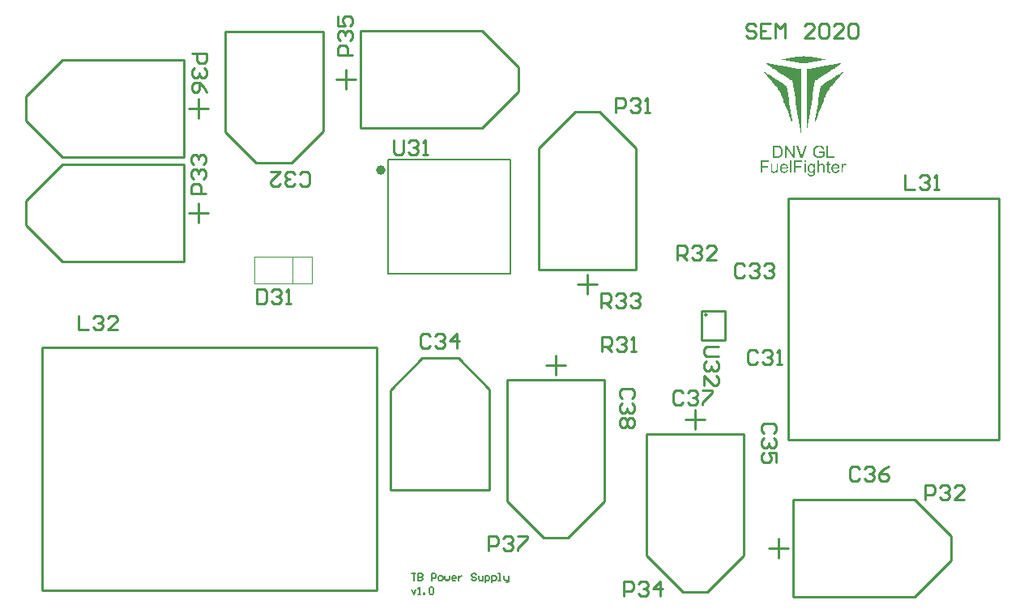
<source format=gbr>
%TF.GenerationSoftware,Altium Limited,Altium Designer,19.1.8 (144)*%
G04 Layer_Color=65535*
%FSLAX26Y26*%
%MOIN*%
%TF.FileFunction,Legend,Top*%
%TF.Part,Single*%
G01*
G75*
%TA.AperFunction,NonConductor*%
%ADD35C,0.010000*%
%TA.AperFunction,OtherPad,Free Pad (1689.961mil,1811.024mil)*%
%ADD36C,0.039370*%
%TA.AperFunction,NonConductor*%
%ADD37C,0.003937*%
%ADD38C,0.007874*%
%ADD39C,0.005906*%
G36*
X3433452Y2278159D02*
X3450988D01*
Y2275236D01*
X3468525D01*
Y2272314D01*
X3486061D01*
Y2269391D01*
X3503597D01*
Y2266468D01*
X3521133D01*
Y2263545D01*
X3503597D01*
Y2260623D01*
X3486061D01*
Y2257700D01*
X3468525D01*
Y2254777D01*
X3450988D01*
Y2251854D01*
X3433452D01*
Y2248932D01*
X3427607D01*
Y2251854D01*
X3410070D01*
Y2254777D01*
X3392534D01*
Y2257700D01*
X3374998D01*
Y2260623D01*
X3357461D01*
Y2263545D01*
X3339925D01*
Y2266468D01*
X3357461D01*
Y2269391D01*
X3374998D01*
Y2272314D01*
X3392534D01*
Y2275236D01*
X3410070D01*
Y2278159D01*
X3427607D01*
Y2281082D01*
X3433452D01*
Y2278159D01*
D02*
G37*
G36*
X3594201Y2210936D02*
X3591279D01*
Y2208014D01*
X3588356D01*
Y2205091D01*
X3585433D01*
Y2202168D01*
X3582510D01*
Y2199246D01*
X3579588D01*
Y2196323D01*
Y2193400D01*
X3576665D01*
Y2190477D01*
X3573742D01*
Y2187555D01*
X3570820D01*
Y2184632D01*
X3567897D01*
Y2181709D01*
X3564974D01*
Y2178787D01*
Y2175864D01*
X3562052D01*
Y2172941D01*
X3559129D01*
Y2170019D01*
X3556206D01*
Y2167096D01*
X3553283D01*
Y2164173D01*
X3550361D01*
Y2161250D01*
Y2158328D01*
X3547438D01*
Y2155405D01*
X3544515D01*
Y2152482D01*
X3541593D01*
Y2149559D01*
X3538670D01*
Y2146637D01*
X3535747D01*
Y2143714D01*
Y2140791D01*
X3532824D01*
Y2137869D01*
X3529902D01*
Y2134946D01*
X3526979D01*
Y2132023D01*
Y2129100D01*
Y2126178D01*
X3524056D01*
Y2123255D01*
Y2120332D01*
X3521133D01*
Y2117410D01*
Y2114487D01*
Y2111564D01*
X3518211D01*
Y2108641D01*
Y2105719D01*
X3515288D01*
Y2102796D01*
Y2099873D01*
Y2096951D01*
X3512365D01*
Y2094028D01*
Y2091105D01*
X3509443D01*
Y2088182D01*
Y2085260D01*
Y2082337D01*
X3506520D01*
Y2079414D01*
Y2076492D01*
X3503597D01*
Y2073569D01*
Y2070646D01*
Y2067723D01*
X3500675D01*
Y2064801D01*
Y2061878D01*
X3497752D01*
Y2058955D01*
Y2056033D01*
Y2053110D01*
X3494829D01*
Y2050187D01*
Y2047264D01*
X3491906D01*
Y2044342D01*
Y2041419D01*
Y2038496D01*
X3488984D01*
Y2035574D01*
Y2032651D01*
X3486061D01*
Y2029728D01*
Y2026805D01*
Y2023883D01*
X3483138D01*
Y2020960D01*
Y2018037D01*
X3480215D01*
Y2015115D01*
Y2012192D01*
Y2009269D01*
X3477293D01*
Y2012192D01*
Y2015115D01*
Y2018037D01*
Y2020960D01*
Y2023883D01*
Y2026805D01*
X3480215D01*
Y2029728D01*
Y2032651D01*
Y2035574D01*
Y2038496D01*
Y2041419D01*
Y2044342D01*
X3483138D01*
Y2047264D01*
Y2050187D01*
Y2053110D01*
Y2056033D01*
Y2058955D01*
Y2061878D01*
X3486061D01*
Y2064801D01*
Y2067723D01*
Y2070646D01*
Y2073569D01*
Y2076492D01*
X3488984D01*
Y2079414D01*
Y2082337D01*
Y2085260D01*
Y2088182D01*
Y2091105D01*
Y2094028D01*
X3491906D01*
Y2096951D01*
Y2099873D01*
Y2102796D01*
Y2105719D01*
Y2108641D01*
Y2111564D01*
X3494829D01*
Y2114487D01*
Y2117410D01*
Y2120332D01*
Y2123255D01*
Y2126178D01*
Y2129100D01*
X3497752D01*
Y2132023D01*
Y2134946D01*
Y2137869D01*
Y2140791D01*
Y2143714D01*
Y2146637D01*
X3500675D01*
Y2149559D01*
Y2152482D01*
Y2155405D01*
Y2158328D01*
X3506520D01*
Y2161250D01*
X3509443D01*
Y2164173D01*
X3515288D01*
Y2167096D01*
X3518211D01*
Y2170019D01*
X3524056D01*
Y2172941D01*
X3526979D01*
Y2175864D01*
X3532824D01*
Y2178787D01*
X3538670D01*
Y2181709D01*
X3541593D01*
Y2184632D01*
X3547438D01*
Y2187555D01*
X3550361D01*
Y2190477D01*
X3556206D01*
Y2193400D01*
X3559129D01*
Y2196323D01*
X3564974D01*
Y2199246D01*
X3570820D01*
Y2202168D01*
X3573742D01*
Y2205091D01*
X3579588D01*
Y2208014D01*
X3582510D01*
Y2210936D01*
X3588356D01*
Y2213859D01*
X3594201D01*
Y2210936D01*
D02*
G37*
G36*
X3272703D02*
X3278548D01*
Y2208014D01*
X3281471D01*
Y2205091D01*
X3287316D01*
Y2202168D01*
X3290239D01*
Y2199246D01*
X3296084D01*
Y2196323D01*
X3299007D01*
Y2193400D01*
X3304853D01*
Y2190477D01*
X3310698D01*
Y2187555D01*
X3313621D01*
Y2184632D01*
X3319466D01*
Y2181709D01*
X3322389D01*
Y2178787D01*
X3328234D01*
Y2175864D01*
X3331157D01*
Y2172941D01*
X3337003D01*
Y2170019D01*
X3342848D01*
Y2167096D01*
X3345771D01*
Y2164173D01*
X3351616D01*
Y2161250D01*
X3354539D01*
Y2158328D01*
X3360384D01*
Y2155405D01*
Y2152482D01*
Y2149559D01*
Y2146637D01*
X3363307D01*
Y2143714D01*
Y2140791D01*
Y2137869D01*
Y2134946D01*
Y2132023D01*
Y2129100D01*
X3366230D01*
Y2126178D01*
Y2123255D01*
Y2120332D01*
Y2117410D01*
Y2114487D01*
Y2111564D01*
X3369152D01*
Y2108641D01*
Y2105719D01*
Y2102796D01*
Y2099873D01*
Y2096951D01*
Y2094028D01*
X3372075D01*
Y2091105D01*
Y2088182D01*
Y2085260D01*
Y2082337D01*
Y2079414D01*
Y2076492D01*
X3374998D01*
Y2073569D01*
Y2070646D01*
Y2067723D01*
Y2064801D01*
Y2061878D01*
Y2058955D01*
X3377921D01*
Y2056033D01*
Y2053110D01*
Y2050187D01*
Y2047264D01*
Y2044342D01*
Y2041419D01*
X3380843D01*
Y2038496D01*
Y2035574D01*
Y2032651D01*
Y2029728D01*
Y2026805D01*
Y2023883D01*
X3383766D01*
Y2020960D01*
Y2018037D01*
Y2015115D01*
Y2012192D01*
Y2009269D01*
X3380843D01*
Y2012192D01*
Y2015115D01*
X3377921D01*
Y2018037D01*
Y2020960D01*
Y2023883D01*
X3374998D01*
Y2026805D01*
Y2029728D01*
X3372075D01*
Y2032651D01*
Y2035574D01*
Y2038496D01*
X3369152D01*
Y2041419D01*
Y2044342D01*
X3366230D01*
Y2047264D01*
Y2050187D01*
Y2053110D01*
X3363307D01*
Y2056033D01*
Y2058955D01*
X3360384D01*
Y2061878D01*
Y2064801D01*
Y2067723D01*
X3357461D01*
Y2070646D01*
Y2073569D01*
X3354539D01*
Y2076492D01*
Y2079414D01*
Y2082337D01*
X3351616D01*
Y2085260D01*
Y2088182D01*
X3348693D01*
Y2091105D01*
Y2094028D01*
Y2096951D01*
X3345771D01*
Y2099873D01*
Y2102796D01*
X3342848D01*
Y2105719D01*
Y2108641D01*
Y2111564D01*
X3339925D01*
Y2114487D01*
Y2117410D01*
X3337003D01*
Y2120332D01*
Y2123255D01*
Y2126178D01*
X3334080D01*
Y2129100D01*
Y2132023D01*
X3331157D01*
Y2134946D01*
Y2137869D01*
X3328234D01*
Y2140791D01*
X3325312D01*
Y2143714D01*
Y2146637D01*
X3322389D01*
Y2149559D01*
X3319466D01*
Y2152482D01*
X3316544D01*
Y2155405D01*
X3313621D01*
Y2158328D01*
X3310698D01*
Y2161250D01*
Y2164173D01*
X3307775D01*
Y2167096D01*
X3304853D01*
Y2170019D01*
X3301930D01*
Y2172941D01*
X3299007D01*
Y2175864D01*
X3296084D01*
Y2178787D01*
Y2181709D01*
X3293162D01*
Y2184632D01*
X3290239D01*
Y2187555D01*
X3287316D01*
Y2190477D01*
X3284394D01*
Y2193400D01*
X3281471D01*
Y2196323D01*
Y2199246D01*
X3278548D01*
Y2202168D01*
X3275625D01*
Y2205091D01*
X3272703D01*
Y2208014D01*
X3269780D01*
Y2210936D01*
X3266857D01*
Y2213859D01*
X3272703D01*
Y2210936D01*
D02*
G37*
G36*
X3585433Y2246009D02*
X3579588D01*
Y2243086D01*
X3576665D01*
Y2240164D01*
X3570820D01*
Y2237241D01*
X3567897D01*
Y2234318D01*
X3562052D01*
Y2231396D01*
X3559129D01*
Y2228473D01*
X3553283D01*
Y2225550D01*
X3550361D01*
Y2222627D01*
X3544515D01*
Y2219705D01*
X3541593D01*
Y2216782D01*
X3535747D01*
Y2213859D01*
X3529902D01*
Y2210936D01*
X3526979D01*
Y2208014D01*
X3521133D01*
Y2205091D01*
X3518211D01*
Y2202168D01*
X3512365D01*
Y2199246D01*
X3509443D01*
Y2196323D01*
X3503597D01*
Y2193400D01*
X3500675D01*
Y2190477D01*
X3494829D01*
Y2187555D01*
X3491906D01*
Y2184632D01*
X3486061D01*
Y2181709D01*
X3483138D01*
Y2178787D01*
X3477293D01*
Y2175864D01*
Y2172941D01*
Y2170019D01*
X3474370D01*
Y2167096D01*
Y2164173D01*
Y2161250D01*
Y2158328D01*
Y2155405D01*
Y2152482D01*
X3471447D01*
Y2149559D01*
Y2146637D01*
Y2143714D01*
Y2140791D01*
Y2137869D01*
Y2134946D01*
Y2132023D01*
X3468525D01*
Y2129100D01*
Y2126178D01*
Y2123255D01*
Y2120332D01*
Y2117410D01*
Y2114487D01*
X3465602D01*
Y2111564D01*
Y2108641D01*
Y2105719D01*
Y2102796D01*
Y2099873D01*
Y2096951D01*
X3462679D01*
Y2094028D01*
Y2091105D01*
Y2088182D01*
Y2085260D01*
Y2082337D01*
Y2079414D01*
Y2076492D01*
X3459756D01*
Y2073569D01*
Y2070646D01*
Y2067723D01*
Y2064801D01*
Y2061878D01*
Y2058955D01*
X3456834D01*
Y2056033D01*
Y2053110D01*
Y2050187D01*
Y2047264D01*
Y2044342D01*
Y2041419D01*
Y2038496D01*
X3453911D01*
Y2035574D01*
Y2032651D01*
Y2029728D01*
Y2026805D01*
Y2023883D01*
Y2020960D01*
X3450988D01*
Y2018037D01*
Y2015115D01*
Y2012192D01*
Y2009269D01*
Y2006346D01*
Y2003424D01*
X3448066D01*
Y2000501D01*
Y1997578D01*
Y1994656D01*
Y1991733D01*
Y1988810D01*
Y1985888D01*
Y1982965D01*
X3445143D01*
Y1980042D01*
Y1977119D01*
Y1974197D01*
Y1971274D01*
Y1968351D01*
Y1965428D01*
X3442220D01*
Y1968351D01*
Y1971274D01*
Y1974197D01*
Y1977119D01*
Y1980042D01*
Y1982965D01*
Y1985888D01*
Y1988810D01*
Y1991733D01*
Y1994656D01*
Y1997578D01*
Y2000501D01*
Y2003424D01*
Y2006346D01*
Y2009269D01*
Y2012192D01*
Y2015115D01*
Y2018037D01*
Y2020960D01*
Y2023883D01*
Y2026805D01*
Y2029728D01*
Y2032651D01*
Y2035574D01*
Y2038496D01*
Y2041419D01*
Y2044342D01*
Y2047264D01*
Y2050187D01*
Y2053110D01*
Y2056033D01*
Y2058955D01*
Y2061878D01*
Y2064801D01*
Y2067723D01*
Y2070646D01*
Y2073569D01*
Y2076492D01*
Y2079414D01*
Y2082337D01*
Y2085260D01*
Y2088182D01*
Y2091105D01*
Y2094028D01*
Y2096951D01*
Y2099873D01*
Y2102796D01*
Y2105719D01*
Y2108641D01*
Y2111564D01*
Y2114487D01*
Y2117410D01*
Y2120332D01*
Y2123255D01*
Y2126178D01*
Y2129100D01*
Y2132023D01*
Y2134946D01*
Y2137869D01*
Y2140791D01*
Y2143714D01*
Y2146637D01*
Y2149559D01*
Y2152482D01*
Y2155405D01*
Y2158328D01*
Y2161250D01*
Y2164173D01*
Y2167096D01*
Y2170019D01*
Y2172941D01*
Y2175864D01*
Y2178787D01*
Y2181709D01*
Y2184632D01*
Y2187555D01*
Y2190477D01*
Y2193400D01*
Y2196323D01*
Y2199246D01*
Y2202168D01*
Y2205091D01*
Y2208014D01*
Y2210936D01*
Y2213859D01*
Y2216782D01*
Y2219705D01*
Y2222627D01*
Y2225550D01*
X3445143D01*
Y2228473D01*
X3462679D01*
Y2231396D01*
X3480215D01*
Y2234318D01*
X3497752D01*
Y2237241D01*
X3515288D01*
Y2240164D01*
X3532824D01*
Y2243086D01*
X3553283D01*
Y2246009D01*
X3570820D01*
Y2248932D01*
X3585433D01*
Y2246009D01*
D02*
G37*
G36*
X3290239D02*
X3307775D01*
Y2243086D01*
X3325312D01*
Y2240164D01*
X3345771D01*
Y2237241D01*
X3363307D01*
Y2234318D01*
X3380843D01*
Y2231396D01*
X3398380D01*
Y2228473D01*
X3415916D01*
Y2225550D01*
X3418838D01*
Y2222627D01*
Y2219705D01*
Y2216782D01*
Y2213859D01*
Y2210936D01*
Y2208014D01*
Y2205091D01*
Y2202168D01*
Y2199246D01*
Y2196323D01*
Y2193400D01*
Y2190477D01*
Y2187555D01*
Y2184632D01*
Y2181709D01*
Y2178787D01*
Y2175864D01*
Y2172941D01*
Y2170019D01*
Y2167096D01*
Y2164173D01*
Y2161250D01*
Y2158328D01*
Y2155405D01*
Y2152482D01*
Y2149559D01*
Y2146637D01*
Y2143714D01*
Y2140791D01*
Y2137869D01*
Y2134946D01*
Y2132023D01*
Y2129100D01*
Y2126178D01*
Y2123255D01*
Y2120332D01*
Y2117410D01*
Y2114487D01*
Y2111564D01*
Y2108641D01*
Y2105719D01*
Y2102796D01*
Y2099873D01*
Y2096951D01*
Y2094028D01*
Y2091105D01*
Y2088182D01*
Y2085260D01*
Y2082337D01*
Y2079414D01*
Y2076492D01*
Y2073569D01*
Y2070646D01*
Y2067723D01*
Y2064801D01*
Y2061878D01*
Y2058955D01*
Y2056033D01*
Y2053110D01*
Y2050187D01*
Y2047264D01*
Y2044342D01*
Y2041419D01*
Y2038496D01*
Y2035574D01*
Y2032651D01*
Y2029728D01*
Y2026805D01*
Y2023883D01*
Y2020960D01*
Y2018037D01*
Y2015115D01*
Y2012192D01*
Y2009269D01*
Y2006346D01*
Y2003424D01*
Y2000501D01*
Y1997578D01*
Y1994656D01*
Y1991733D01*
Y1988810D01*
Y1985888D01*
Y1982965D01*
Y1980042D01*
Y1977119D01*
Y1974197D01*
Y1971274D01*
Y1968351D01*
Y1965428D01*
Y1962506D01*
X3415916D01*
Y1965428D01*
Y1968351D01*
Y1971274D01*
Y1974197D01*
Y1977119D01*
Y1980042D01*
Y1982965D01*
X3412993D01*
Y1985888D01*
Y1988810D01*
Y1991733D01*
Y1994656D01*
Y1997578D01*
Y2000501D01*
X3410070D01*
Y2003424D01*
Y2006346D01*
Y2009269D01*
Y2012192D01*
Y2015115D01*
Y2018037D01*
Y2020960D01*
X3407148D01*
Y2023883D01*
Y2026805D01*
Y2029728D01*
Y2032651D01*
Y2035574D01*
Y2038496D01*
X3404225D01*
Y2041419D01*
Y2044342D01*
Y2047264D01*
Y2050187D01*
Y2053110D01*
Y2056033D01*
X3401302D01*
Y2058955D01*
Y2061878D01*
Y2064801D01*
Y2067723D01*
Y2070646D01*
Y2073569D01*
Y2076492D01*
X3398380D01*
Y2079414D01*
Y2082337D01*
Y2085260D01*
Y2088182D01*
Y2091105D01*
Y2094028D01*
X3395457D01*
Y2096951D01*
Y2099873D01*
Y2102796D01*
Y2105719D01*
Y2108641D01*
Y2111564D01*
Y2114487D01*
X3392534D01*
Y2117410D01*
Y2120332D01*
Y2123255D01*
Y2126178D01*
Y2129100D01*
Y2132023D01*
X3389611D01*
Y2134946D01*
Y2137869D01*
Y2140791D01*
Y2143714D01*
Y2146637D01*
Y2149559D01*
X3386689D01*
Y2152482D01*
Y2155405D01*
Y2158328D01*
Y2161250D01*
Y2164173D01*
Y2167096D01*
Y2170019D01*
X3383766D01*
Y2172941D01*
Y2175864D01*
Y2178787D01*
X3377921D01*
Y2181709D01*
X3374998D01*
Y2184632D01*
X3369152D01*
Y2187555D01*
X3366230D01*
Y2190477D01*
X3360384D01*
Y2193400D01*
X3357461D01*
Y2196323D01*
X3351616D01*
Y2199246D01*
X3348693D01*
Y2202168D01*
X3342848D01*
Y2205091D01*
X3337003D01*
Y2208014D01*
X3334080D01*
Y2210936D01*
X3328234D01*
Y2213859D01*
X3325312D01*
Y2216782D01*
X3319466D01*
Y2219705D01*
X3316544D01*
Y2222627D01*
X3310698D01*
Y2225550D01*
X3307775D01*
Y2228473D01*
X3301930D01*
Y2231396D01*
X3299007D01*
Y2234318D01*
X3293162D01*
Y2237241D01*
X3290239D01*
Y2240164D01*
X3284394D01*
Y2243086D01*
X3281471D01*
Y2246009D01*
X3275625D01*
Y2248932D01*
X3290239D01*
Y2246009D01*
D02*
G37*
G36*
X3495657Y1911631D02*
X3496240D01*
X3497625Y1911486D01*
X3499156Y1911267D01*
X3500760Y1910902D01*
X3502509Y1910465D01*
X3504186Y1909882D01*
X3504259D01*
X3504405Y1909809D01*
X3504623Y1909736D01*
X3504915Y1909590D01*
X3505717Y1909153D01*
X3506738Y1908642D01*
X3507831Y1907913D01*
X3508997Y1907039D01*
X3510091Y1906091D01*
X3511111Y1904925D01*
X3511257Y1904779D01*
X3511549Y1904341D01*
X3511986Y1903685D01*
X3512570Y1902737D01*
X3513153Y1901571D01*
X3513809Y1900113D01*
X3514465Y1898509D01*
X3514975Y1896687D01*
X3508925Y1895083D01*
Y1895156D01*
X3508852Y1895229D01*
X3508779Y1895447D01*
X3508706Y1895739D01*
X3508487Y1896395D01*
X3508195Y1897270D01*
X3507758Y1898291D01*
X3507248Y1899238D01*
X3506738Y1900259D01*
X3506081Y1901134D01*
X3506008Y1901207D01*
X3505790Y1901498D01*
X3505352Y1901863D01*
X3504842Y1902373D01*
X3504186Y1902956D01*
X3503311Y1903539D01*
X3502363Y1904123D01*
X3501270Y1904633D01*
X3501124Y1904706D01*
X3500760Y1904852D01*
X3500104Y1905070D01*
X3499229Y1905362D01*
X3498208Y1905581D01*
X3497042Y1905799D01*
X3495730Y1905945D01*
X3494345Y1906018D01*
X3493543D01*
X3493178Y1905945D01*
X3492741D01*
X3491647Y1905872D01*
X3490408Y1905653D01*
X3489023Y1905435D01*
X3487711Y1905070D01*
X3486398Y1904560D01*
X3486253Y1904487D01*
X3485815Y1904341D01*
X3485232Y1903977D01*
X3484503Y1903612D01*
X3483628Y1903029D01*
X3482680Y1902446D01*
X3481806Y1901717D01*
X3481004Y1900915D01*
X3480931Y1900842D01*
X3480639Y1900551D01*
X3480275Y1900040D01*
X3479837Y1899457D01*
X3479327Y1898728D01*
X3478817Y1897853D01*
X3478307Y1896906D01*
X3477796Y1895885D01*
Y1895812D01*
X3477723Y1895666D01*
X3477650Y1895447D01*
X3477505Y1895083D01*
X3477359Y1894646D01*
X3477213Y1894135D01*
X3476994Y1893552D01*
X3476849Y1892896D01*
X3476484Y1891365D01*
X3476192Y1889616D01*
X3475974Y1887793D01*
X3475901Y1885752D01*
Y1885679D01*
Y1885460D01*
Y1885096D01*
X3475974Y1884658D01*
Y1884075D01*
X3476047Y1883346D01*
X3476119Y1882617D01*
X3476192Y1881815D01*
X3476484Y1879993D01*
X3476849Y1878097D01*
X3477432Y1876202D01*
X3478161Y1874379D01*
Y1874306D01*
X3478307Y1874161D01*
X3478379Y1873942D01*
X3478598Y1873650D01*
X3479108Y1872849D01*
X3479910Y1871828D01*
X3480858Y1870734D01*
X3482024Y1869641D01*
X3483410Y1868620D01*
X3484940Y1867673D01*
X3485013D01*
X3485159Y1867600D01*
X3485378Y1867454D01*
X3485742Y1867308D01*
X3486107Y1867162D01*
X3486617Y1867016D01*
X3487784Y1866579D01*
X3489242Y1866215D01*
X3490845Y1865850D01*
X3492595Y1865559D01*
X3494417Y1865486D01*
X3495146D01*
X3495584Y1865559D01*
X3496021D01*
X3497115Y1865704D01*
X3498427Y1865850D01*
X3499812Y1866142D01*
X3501343Y1866579D01*
X3502874Y1867089D01*
X3502947D01*
X3503093Y1867162D01*
X3503238Y1867235D01*
X3503530Y1867381D01*
X3504332Y1867745D01*
X3505207Y1868183D01*
X3506227Y1868693D01*
X3507321Y1869276D01*
X3508341Y1869932D01*
X3509216Y1870661D01*
Y1880139D01*
X3494345D01*
Y1886116D01*
X3515777D01*
Y1867381D01*
X3515704Y1867308D01*
X3515558Y1867235D01*
X3515267Y1867016D01*
X3514902Y1866725D01*
X3514465Y1866433D01*
X3513955Y1866069D01*
X3513298Y1865631D01*
X3512642Y1865194D01*
X3511111Y1864246D01*
X3509362Y1863226D01*
X3507539Y1862278D01*
X3505571Y1861476D01*
X3505498D01*
X3505352Y1861403D01*
X3505061Y1861330D01*
X3504696Y1861185D01*
X3504186Y1861039D01*
X3503603Y1860820D01*
X3502947Y1860674D01*
X3502291Y1860528D01*
X3500687Y1860164D01*
X3498864Y1859799D01*
X3496896Y1859581D01*
X3494855Y1859508D01*
X3494126D01*
X3493615Y1859581D01*
X3492959D01*
X3492157Y1859654D01*
X3491283Y1859799D01*
X3490335Y1859872D01*
X3488221Y1860310D01*
X3485961Y1860820D01*
X3483628Y1861622D01*
X3482462Y1862059D01*
X3481295Y1862642D01*
X3481222Y1862715D01*
X3481004Y1862788D01*
X3480712Y1863007D01*
X3480275Y1863226D01*
X3479765Y1863590D01*
X3479254Y1863955D01*
X3477869Y1864975D01*
X3476411Y1866287D01*
X3474880Y1867891D01*
X3473422Y1869714D01*
X3472110Y1871828D01*
Y1871901D01*
X3471964Y1872120D01*
X3471818Y1872411D01*
X3471600Y1872921D01*
X3471381Y1873432D01*
X3471162Y1874161D01*
X3470871Y1874890D01*
X3470579Y1875764D01*
X3470287Y1876712D01*
X3469996Y1877806D01*
X3469777Y1878899D01*
X3469559Y1880066D01*
X3469194Y1882617D01*
X3469048Y1885314D01*
Y1885387D01*
Y1885679D01*
Y1886043D01*
X3469121Y1886554D01*
Y1887210D01*
X3469194Y1888012D01*
X3469340Y1888814D01*
X3469413Y1889761D01*
X3469631Y1890782D01*
X3469777Y1891875D01*
X3470360Y1894208D01*
X3471089Y1896614D01*
X3472110Y1899020D01*
X3472183Y1899092D01*
X3472256Y1899311D01*
X3472402Y1899603D01*
X3472693Y1900040D01*
X3472985Y1900623D01*
X3473349Y1901207D01*
X3474370Y1902592D01*
X3475609Y1904196D01*
X3477140Y1905726D01*
X3478890Y1907257D01*
X3479910Y1907913D01*
X3480931Y1908570D01*
X3481004Y1908642D01*
X3481222Y1908715D01*
X3481514Y1908861D01*
X3481952Y1909080D01*
X3482535Y1909299D01*
X3483191Y1909590D01*
X3483920Y1909882D01*
X3484795Y1910173D01*
X3485742Y1910465D01*
X3486763Y1910684D01*
X3487856Y1910975D01*
X3489023Y1911194D01*
X3491574Y1911558D01*
X3492887Y1911704D01*
X3495219D01*
X3495657Y1911631D01*
D02*
G37*
G36*
X3392941Y1860383D02*
X3386015D01*
X3359625Y1899967D01*
Y1860383D01*
X3353210D01*
Y1910829D01*
X3360063D01*
X3386525Y1871172D01*
Y1910829D01*
X3392941D01*
Y1860383D01*
D02*
G37*
G36*
X3425454D02*
X3418456D01*
X3398918Y1910829D01*
X3406208D01*
X3419330Y1874161D01*
Y1874088D01*
X3419403Y1873942D01*
X3419476Y1873723D01*
X3419622Y1873432D01*
X3419695Y1872994D01*
X3419841Y1872557D01*
X3420205Y1871463D01*
X3420643Y1870224D01*
X3421080Y1868839D01*
X3421955Y1865923D01*
Y1865996D01*
X3422028Y1866142D01*
X3422101Y1866360D01*
X3422173Y1866652D01*
X3422392Y1867454D01*
X3422757Y1868547D01*
X3423121Y1869787D01*
X3423559Y1871172D01*
X3424069Y1872630D01*
X3424652Y1874161D01*
X3438357Y1910829D01*
X3445137D01*
X3425454Y1860383D01*
D02*
G37*
G36*
X3532034Y1866360D02*
X3556893D01*
Y1860383D01*
X3525327D01*
Y1910829D01*
X3532034D01*
Y1866360D01*
D02*
G37*
G36*
X3323102Y1910756D02*
X3324560Y1910684D01*
X3326018Y1910538D01*
X3327476Y1910319D01*
X3328716Y1910100D01*
X3328789D01*
X3328934Y1910027D01*
X3329153D01*
X3329445Y1909882D01*
X3330247Y1909663D01*
X3331267Y1909299D01*
X3332434Y1908788D01*
X3333673Y1908132D01*
X3334912Y1907403D01*
X3336079Y1906455D01*
X3336151Y1906382D01*
X3336224Y1906310D01*
X3336443Y1906091D01*
X3336735Y1905872D01*
X3337464Y1905143D01*
X3338338Y1904123D01*
X3339286Y1902883D01*
X3340307Y1901425D01*
X3341255Y1899749D01*
X3342056Y1897853D01*
Y1897780D01*
X3342129Y1897634D01*
X3342275Y1897343D01*
X3342348Y1896906D01*
X3342567Y1896395D01*
X3342713Y1895812D01*
X3342858Y1895156D01*
X3343077Y1894354D01*
X3343296Y1893552D01*
X3343441Y1892604D01*
X3343806Y1890563D01*
X3344025Y1888303D01*
X3344098Y1885825D01*
Y1885752D01*
Y1885606D01*
Y1885242D01*
Y1884877D01*
X3344025Y1884367D01*
Y1883784D01*
X3343952Y1882398D01*
X3343733Y1880795D01*
X3343514Y1879118D01*
X3343150Y1877368D01*
X3342713Y1875619D01*
Y1875546D01*
X3342640Y1875400D01*
X3342567Y1875181D01*
X3342494Y1874890D01*
X3342202Y1874088D01*
X3341765Y1873067D01*
X3341327Y1871901D01*
X3340744Y1870734D01*
X3340015Y1869495D01*
X3339286Y1868329D01*
X3339213Y1868183D01*
X3338922Y1867818D01*
X3338484Y1867308D01*
X3337901Y1866652D01*
X3337245Y1865923D01*
X3336443Y1865194D01*
X3335641Y1864392D01*
X3334693Y1863736D01*
X3334548Y1863663D01*
X3334256Y1863444D01*
X3333746Y1863153D01*
X3333017Y1862788D01*
X3332142Y1862351D01*
X3331121Y1861986D01*
X3329955Y1861549D01*
X3328643Y1861185D01*
X3328497D01*
X3328278Y1861112D01*
X3328060Y1861039D01*
X3327331Y1860966D01*
X3326310Y1860820D01*
X3325144Y1860674D01*
X3323758Y1860528D01*
X3322228Y1860456D01*
X3320551Y1860383D01*
X3302399D01*
Y1910829D01*
X3321790D01*
X3323102Y1910756D01*
D02*
G37*
G36*
X3439086Y1842347D02*
X3432890D01*
Y1849418D01*
X3439086D01*
Y1842347D01*
D02*
G37*
G36*
X3600414Y1836296D02*
X3601216Y1836151D01*
X3602164Y1835859D01*
X3603184Y1835495D01*
X3604351Y1834984D01*
X3605590Y1834328D01*
X3603330Y1828642D01*
X3603257Y1828715D01*
X3602965Y1828861D01*
X3602528Y1829079D01*
X3601945Y1829298D01*
X3601289Y1829517D01*
X3600487Y1829736D01*
X3599685Y1829881D01*
X3598883Y1829954D01*
X3598519D01*
X3598154Y1829881D01*
X3597644Y1829808D01*
X3597133Y1829663D01*
X3596477Y1829444D01*
X3595821Y1829152D01*
X3595238Y1828715D01*
X3595165Y1828642D01*
X3594947Y1828496D01*
X3594728Y1828205D01*
X3594363Y1827840D01*
X3593999Y1827330D01*
X3593634Y1826747D01*
X3593270Y1826091D01*
X3592978Y1825289D01*
X3592905Y1825143D01*
X3592832Y1824705D01*
X3592687Y1824049D01*
X3592468Y1823175D01*
X3592249Y1822081D01*
X3592103Y1820842D01*
X3592030Y1819530D01*
X3591958Y1818072D01*
Y1798972D01*
X3585761D01*
Y1835568D01*
X3591374D01*
Y1830027D01*
X3591447Y1830100D01*
X3591739Y1830610D01*
X3592103Y1831266D01*
X3592687Y1832068D01*
X3593270Y1832870D01*
X3593926Y1833745D01*
X3594582Y1834474D01*
X3595238Y1835057D01*
X3595311Y1835130D01*
X3595530Y1835276D01*
X3595967Y1835495D01*
X3596405Y1835713D01*
X3596988Y1835932D01*
X3597717Y1836151D01*
X3598446Y1836296D01*
X3599248Y1836369D01*
X3599758D01*
X3600414Y1836296D01*
D02*
G37*
G36*
X3325216Y1798972D02*
X3319676D01*
Y1804293D01*
X3319603Y1804220D01*
X3319457Y1804002D01*
X3319239Y1803710D01*
X3318874Y1803346D01*
X3318437Y1802908D01*
X3317927Y1802325D01*
X3317343Y1801815D01*
X3316614Y1801232D01*
X3315812Y1800648D01*
X3314938Y1800138D01*
X3313990Y1799628D01*
X3312969Y1799117D01*
X3311803Y1798753D01*
X3310637Y1798461D01*
X3309324Y1798243D01*
X3308012Y1798170D01*
X3307502D01*
X3306846Y1798243D01*
X3306044Y1798315D01*
X3305096Y1798461D01*
X3304075Y1798680D01*
X3303055Y1798972D01*
X3301961Y1799409D01*
X3301816Y1799482D01*
X3301524Y1799628D01*
X3301014Y1799919D01*
X3300430Y1800284D01*
X3299702Y1800721D01*
X3299045Y1801232D01*
X3298389Y1801815D01*
X3297806Y1802471D01*
X3297733Y1802544D01*
X3297587Y1802835D01*
X3297369Y1803200D01*
X3297077Y1803783D01*
X3296713Y1804439D01*
X3296421Y1805241D01*
X3296129Y1806116D01*
X3295911Y1807063D01*
Y1807136D01*
X3295838Y1807428D01*
X3295765Y1807865D01*
Y1808449D01*
X3295692Y1809323D01*
X3295619Y1810271D01*
X3295546Y1811510D01*
Y1812896D01*
Y1835567D01*
X3301743D01*
Y1815228D01*
Y1815155D01*
Y1815010D01*
Y1814791D01*
Y1814426D01*
Y1813624D01*
X3301816Y1812604D01*
Y1811510D01*
X3301889Y1810417D01*
X3301961Y1809469D01*
X3302107Y1808667D01*
Y1808594D01*
X3302253Y1808303D01*
X3302399Y1807865D01*
X3302617Y1807282D01*
X3302982Y1806699D01*
X3303419Y1806043D01*
X3303930Y1805460D01*
X3304586Y1804877D01*
X3304659Y1804804D01*
X3304950Y1804658D01*
X3305315Y1804439D01*
X3305898Y1804220D01*
X3306554Y1803929D01*
X3307356Y1803710D01*
X3308231Y1803564D01*
X3309251Y1803491D01*
X3309762D01*
X3310272Y1803564D01*
X3310928Y1803637D01*
X3311730Y1803856D01*
X3312605Y1804075D01*
X3313552Y1804439D01*
X3314500Y1804877D01*
X3314646Y1804949D01*
X3314938Y1805168D01*
X3315375Y1805460D01*
X3315885Y1805897D01*
X3316468Y1806480D01*
X3317052Y1807136D01*
X3317562Y1807865D01*
X3317999Y1808740D01*
X3318072Y1808886D01*
X3318145Y1809178D01*
X3318291Y1809761D01*
X3318510Y1810563D01*
X3318728Y1811583D01*
X3318874Y1812823D01*
X3318947Y1814281D01*
X3319020Y1815957D01*
Y1835567D01*
X3325216D01*
Y1798972D01*
D02*
G37*
G36*
X3493980Y1831339D02*
X3494053Y1831412D01*
X3494199Y1831558D01*
X3494417Y1831777D01*
X3494782Y1832141D01*
X3495146Y1832506D01*
X3495657Y1832943D01*
X3496313Y1833380D01*
X3496969Y1833891D01*
X3497698Y1834328D01*
X3498500Y1834765D01*
X3500395Y1835567D01*
X3501416Y1835932D01*
X3502509Y1836151D01*
X3503676Y1836296D01*
X3504842Y1836369D01*
X3505498D01*
X3506300Y1836296D01*
X3507248Y1836151D01*
X3508341Y1836005D01*
X3509508Y1835713D01*
X3510674Y1835276D01*
X3511840Y1834765D01*
X3511986Y1834693D01*
X3512351Y1834474D01*
X3512861Y1834109D01*
X3513517Y1833599D01*
X3514173Y1832943D01*
X3514902Y1832214D01*
X3515558Y1831339D01*
X3516142Y1830319D01*
X3516215Y1830173D01*
X3516360Y1829808D01*
X3516579Y1829152D01*
X3516798Y1828205D01*
X3517016Y1827038D01*
X3517235Y1825653D01*
X3517381Y1823976D01*
X3517454Y1822081D01*
Y1798972D01*
X3511257D01*
Y1822154D01*
Y1822227D01*
Y1822372D01*
Y1822591D01*
Y1822883D01*
X3511184Y1823685D01*
X3511039Y1824705D01*
X3510747Y1825799D01*
X3510383Y1826892D01*
X3509872Y1827986D01*
X3509216Y1828861D01*
X3509143Y1828934D01*
X3508852Y1829225D01*
X3508414Y1829590D01*
X3507758Y1829954D01*
X3506956Y1830391D01*
X3506008Y1830683D01*
X3504842Y1830975D01*
X3503530Y1831048D01*
X3503093D01*
X3502582Y1830975D01*
X3501853Y1830902D01*
X3501124Y1830683D01*
X3500249Y1830464D01*
X3499375Y1830100D01*
X3498427Y1829590D01*
X3498354Y1829517D01*
X3498062Y1829298D01*
X3497625Y1829006D01*
X3497115Y1828569D01*
X3496532Y1827986D01*
X3495948Y1827330D01*
X3495438Y1826528D01*
X3495001Y1825653D01*
X3494928Y1825507D01*
X3494855Y1825216D01*
X3494709Y1824632D01*
X3494490Y1823903D01*
X3494272Y1822956D01*
X3494126Y1821789D01*
X3494053Y1820477D01*
X3493980Y1818946D01*
Y1798972D01*
X3487784D01*
Y1849418D01*
X3493980D01*
Y1831339D01*
D02*
G37*
G36*
X3439086Y1798972D02*
X3432890D01*
Y1835567D01*
X3439086D01*
Y1798972D01*
D02*
G37*
G36*
X3425017Y1843441D02*
X3397606D01*
Y1827840D01*
X3421299D01*
Y1821862D01*
X3397606D01*
Y1798972D01*
X3390899D01*
Y1849418D01*
X3425017D01*
Y1843441D01*
D02*
G37*
G36*
X3380183Y1798972D02*
X3373987D01*
Y1849418D01*
X3380183D01*
Y1798972D01*
D02*
G37*
G36*
X3287819Y1843441D02*
X3260408D01*
Y1827840D01*
X3284101D01*
Y1821862D01*
X3260408D01*
Y1798972D01*
X3253702D01*
Y1849418D01*
X3287819D01*
Y1843441D01*
D02*
G37*
G36*
X3534221Y1835567D02*
X3540490Y1835568D01*
Y1830756D01*
X3534221Y1830756D01*
Y1809251D01*
Y1809105D01*
Y1808813D01*
Y1808376D01*
X3534294Y1807865D01*
X3534367Y1806699D01*
X3534439Y1806189D01*
X3534512Y1805824D01*
X3534585Y1805678D01*
X3534804Y1805387D01*
X3535096Y1805022D01*
X3535606Y1804658D01*
X3535752Y1804585D01*
X3536116Y1804439D01*
X3536772Y1804293D01*
X3537720Y1804220D01*
X3538449D01*
X3538814Y1804293D01*
X3539324D01*
X3539907Y1804366D01*
X3540490Y1804439D01*
X3541292Y1798972D01*
X3541146D01*
X3540855Y1798899D01*
X3540344Y1798826D01*
X3539688Y1798753D01*
X3538959Y1798607D01*
X3538157Y1798534D01*
X3536554Y1798461D01*
X3535970D01*
X3535387Y1798534D01*
X3534658Y1798607D01*
X3533783Y1798680D01*
X3532909Y1798899D01*
X3532107Y1799117D01*
X3531305Y1799482D01*
X3531232Y1799555D01*
X3531013Y1799701D01*
X3530722Y1799919D01*
X3530284Y1800284D01*
X3529920Y1800648D01*
X3529482Y1801159D01*
X3529045Y1801669D01*
X3528753Y1802325D01*
Y1802398D01*
X3528608Y1802689D01*
X3528535Y1803200D01*
X3528389Y1803929D01*
X3528243Y1804877D01*
X3528170Y1805460D01*
Y1806116D01*
X3528097Y1806918D01*
X3528024Y1807720D01*
Y1808594D01*
Y1809615D01*
Y1830756D01*
X3523432D01*
Y1835567D01*
X3528024D01*
Y1844607D01*
X3534221Y1848325D01*
Y1835567D01*
D02*
G37*
G36*
X3562798Y1836296D02*
X3563381Y1836224D01*
X3564110Y1836078D01*
X3564912Y1835932D01*
X3565859Y1835713D01*
X3566734Y1835495D01*
X3567755Y1835130D01*
X3568702Y1834766D01*
X3569723Y1834255D01*
X3570744Y1833672D01*
X3571764Y1833016D01*
X3572712Y1832214D01*
X3573587Y1831339D01*
X3573660Y1831266D01*
X3573805Y1831121D01*
X3574024Y1830829D01*
X3574316Y1830392D01*
X3574680Y1829881D01*
X3575045Y1829298D01*
X3575482Y1828569D01*
X3575920Y1827694D01*
X3576357Y1826747D01*
X3576794Y1825726D01*
X3577159Y1824560D01*
X3577523Y1823320D01*
X3577815Y1821935D01*
X3578034Y1820477D01*
X3578180Y1818946D01*
X3578252Y1817270D01*
Y1817197D01*
Y1816905D01*
Y1816395D01*
X3578180Y1815666D01*
X3550842D01*
Y1815593D01*
Y1815374D01*
X3550915Y1815083D01*
Y1814645D01*
X3550988Y1814135D01*
X3551134Y1813552D01*
X3551352Y1812239D01*
X3551790Y1810782D01*
X3552373Y1809178D01*
X3553175Y1807720D01*
X3554195Y1806408D01*
X3554268D01*
X3554341Y1806262D01*
X3554779Y1805897D01*
X3555435Y1805387D01*
X3556309Y1804877D01*
X3557476Y1804293D01*
X3558788Y1803783D01*
X3560246Y1803419D01*
X3561048Y1803346D01*
X3561923Y1803273D01*
X3562506D01*
X3563162Y1803346D01*
X3563964Y1803492D01*
X3564839Y1803710D01*
X3565859Y1804002D01*
X3566807Y1804439D01*
X3567755Y1805022D01*
X3567828Y1805095D01*
X3568192Y1805387D01*
X3568630Y1805824D01*
X3569140Y1806408D01*
X3569723Y1807209D01*
X3570379Y1808230D01*
X3571035Y1809396D01*
X3571619Y1810782D01*
X3578034Y1809980D01*
Y1809907D01*
X3577961Y1809761D01*
X3577888Y1809469D01*
X3577742Y1809032D01*
X3577523Y1808594D01*
X3577305Y1808011D01*
X3576722Y1806772D01*
X3575992Y1805387D01*
X3574972Y1803929D01*
X3573805Y1802544D01*
X3572347Y1801232D01*
X3572275D01*
X3572129Y1801086D01*
X3571910Y1800940D01*
X3571619Y1800721D01*
X3571181Y1800503D01*
X3570744Y1800284D01*
X3570160Y1799992D01*
X3569504Y1799701D01*
X3568775Y1799409D01*
X3568046Y1799118D01*
X3566224Y1798680D01*
X3564183Y1798316D01*
X3561923Y1798170D01*
X3561121D01*
X3560611Y1798243D01*
X3559954Y1798316D01*
X3559153Y1798461D01*
X3558278Y1798607D01*
X3557330Y1798753D01*
X3555289Y1799336D01*
X3554195Y1799774D01*
X3553175Y1800211D01*
X3552081Y1800794D01*
X3551061Y1801450D01*
X3550113Y1802179D01*
X3549165Y1803054D01*
X3549092Y1803127D01*
X3548947Y1803273D01*
X3548728Y1803564D01*
X3548436Y1804002D01*
X3548072Y1804512D01*
X3547707Y1805095D01*
X3547270Y1805824D01*
X3546832Y1806626D01*
X3546395Y1807574D01*
X3545958Y1808594D01*
X3545593Y1809761D01*
X3545229Y1811000D01*
X3544937Y1812312D01*
X3544718Y1813770D01*
X3544573Y1815301D01*
X3544500Y1816905D01*
Y1816978D01*
Y1817342D01*
Y1817780D01*
X3544573Y1818436D01*
X3544646Y1819238D01*
X3544718Y1820113D01*
X3544864Y1821133D01*
X3545083Y1822154D01*
X3545666Y1824487D01*
X3546031Y1825653D01*
X3546468Y1826892D01*
X3547051Y1828059D01*
X3547707Y1829152D01*
X3548436Y1830246D01*
X3549238Y1831266D01*
X3549311Y1831339D01*
X3549457Y1831485D01*
X3549749Y1831704D01*
X3550113Y1832068D01*
X3550550Y1832433D01*
X3551134Y1832870D01*
X3551790Y1833380D01*
X3552592Y1833818D01*
X3553394Y1834328D01*
X3554341Y1834766D01*
X3555362Y1835203D01*
X3556455Y1835568D01*
X3557622Y1835932D01*
X3558861Y1836151D01*
X3560173Y1836296D01*
X3561558Y1836369D01*
X3562287D01*
X3562798Y1836296D01*
D02*
G37*
G36*
X3351096Y1836296D02*
X3351679Y1836224D01*
X3352408Y1836078D01*
X3353210Y1835932D01*
X3354158Y1835713D01*
X3355033Y1835495D01*
X3356053Y1835130D01*
X3357001Y1834765D01*
X3358021Y1834255D01*
X3359042Y1833672D01*
X3360063Y1833016D01*
X3361010Y1832214D01*
X3361885Y1831339D01*
X3361958Y1831266D01*
X3362104Y1831120D01*
X3362323Y1830829D01*
X3362614Y1830391D01*
X3362979Y1829881D01*
X3363343Y1829298D01*
X3363781Y1828569D01*
X3364218Y1827694D01*
X3364655Y1826746D01*
X3365093Y1825726D01*
X3365457Y1824560D01*
X3365822Y1823320D01*
X3366113Y1821935D01*
X3366332Y1820477D01*
X3366478Y1818946D01*
X3366551Y1817270D01*
Y1817197D01*
Y1816905D01*
Y1816395D01*
X3366478Y1815666D01*
X3339140D01*
Y1815593D01*
Y1815374D01*
X3339213Y1815082D01*
Y1814645D01*
X3339286Y1814135D01*
X3339432Y1813552D01*
X3339651Y1812239D01*
X3340088Y1810781D01*
X3340671Y1809178D01*
X3341473Y1807720D01*
X3342494Y1806407D01*
X3342567D01*
X3342640Y1806262D01*
X3343077Y1805897D01*
X3343733Y1805387D01*
X3344608Y1804877D01*
X3345774Y1804293D01*
X3347086Y1803783D01*
X3348544Y1803418D01*
X3349346Y1803346D01*
X3350221Y1803273D01*
X3350804D01*
X3351461Y1803346D01*
X3352262Y1803491D01*
X3353137Y1803710D01*
X3354158Y1804002D01*
X3355106Y1804439D01*
X3356053Y1805022D01*
X3356126Y1805095D01*
X3356491Y1805387D01*
X3356928Y1805824D01*
X3357438Y1806407D01*
X3358021Y1807209D01*
X3358678Y1808230D01*
X3359334Y1809396D01*
X3359917Y1810781D01*
X3366332Y1809979D01*
Y1809907D01*
X3366259Y1809761D01*
X3366186Y1809469D01*
X3366041Y1809032D01*
X3365822Y1808594D01*
X3365603Y1808011D01*
X3365020Y1806772D01*
X3364291Y1805387D01*
X3363270Y1803929D01*
X3362104Y1802544D01*
X3360646Y1801232D01*
X3360573D01*
X3360427Y1801086D01*
X3360209Y1800940D01*
X3359917Y1800721D01*
X3359479Y1800503D01*
X3359042Y1800284D01*
X3358459Y1799992D01*
X3357803Y1799701D01*
X3357074Y1799409D01*
X3356345Y1799117D01*
X3354522Y1798680D01*
X3352481Y1798315D01*
X3350221Y1798170D01*
X3349419D01*
X3348909Y1798243D01*
X3348253Y1798315D01*
X3347451Y1798461D01*
X3346576Y1798607D01*
X3345628Y1798753D01*
X3343587Y1799336D01*
X3342494Y1799774D01*
X3341473Y1800211D01*
X3340380Y1800794D01*
X3339359Y1801450D01*
X3338411Y1802179D01*
X3337464Y1803054D01*
X3337391Y1803127D01*
X3337245Y1803273D01*
X3337026Y1803564D01*
X3336735Y1804002D01*
X3336370Y1804512D01*
X3336006Y1805095D01*
X3335568Y1805824D01*
X3335131Y1806626D01*
X3334693Y1807574D01*
X3334256Y1808594D01*
X3333892Y1809761D01*
X3333527Y1811000D01*
X3333235Y1812312D01*
X3333017Y1813770D01*
X3332871Y1815301D01*
X3332798Y1816905D01*
Y1816978D01*
Y1817342D01*
Y1817780D01*
X3332871Y1818436D01*
X3332944Y1819238D01*
X3333017Y1820113D01*
X3333163Y1821133D01*
X3333381Y1822154D01*
X3333965Y1824487D01*
X3334329Y1825653D01*
X3334766Y1826892D01*
X3335350Y1828059D01*
X3336006Y1829152D01*
X3336735Y1830246D01*
X3337537Y1831266D01*
X3337610Y1831339D01*
X3337755Y1831485D01*
X3338047Y1831704D01*
X3338411Y1832068D01*
X3338849Y1832433D01*
X3339432Y1832870D01*
X3340088Y1833380D01*
X3340890Y1833818D01*
X3341692Y1834328D01*
X3342640Y1834765D01*
X3343660Y1835203D01*
X3344754Y1835567D01*
X3345920Y1835932D01*
X3347159Y1836151D01*
X3348472Y1836296D01*
X3349857Y1836369D01*
X3350586D01*
X3351096Y1836296D01*
D02*
G37*
G36*
X3463070D02*
X3463581Y1836224D01*
X3464237Y1836078D01*
X3464966Y1835932D01*
X3465768Y1835713D01*
X3466570Y1835422D01*
X3467444Y1835057D01*
X3468319Y1834620D01*
X3469267Y1834109D01*
X3470142Y1833526D01*
X3471017Y1832797D01*
X3471891Y1831995D01*
X3472693Y1831048D01*
Y1835567D01*
X3478379D01*
Y1803929D01*
Y1803856D01*
Y1803564D01*
Y1803127D01*
Y1802544D01*
X3478307Y1801888D01*
Y1801086D01*
X3478234Y1800211D01*
X3478161Y1799263D01*
X3477942Y1797295D01*
X3477650Y1795254D01*
X3477432Y1794306D01*
X3477213Y1793431D01*
X3476921Y1792629D01*
X3476630Y1791900D01*
Y1791827D01*
X3476557Y1791755D01*
X3476265Y1791317D01*
X3475901Y1790661D01*
X3475318Y1789859D01*
X3474516Y1788984D01*
X3473568Y1788037D01*
X3472402Y1787089D01*
X3471089Y1786287D01*
X3471017D01*
X3470944Y1786214D01*
X3470725Y1786068D01*
X3470433Y1785995D01*
X3470069Y1785777D01*
X3469631Y1785631D01*
X3468538Y1785266D01*
X3467226Y1784829D01*
X3465622Y1784537D01*
X3463799Y1784246D01*
X3461831Y1784173D01*
X3461175D01*
X3460738Y1784246D01*
X3460154D01*
X3459571Y1784319D01*
X3458842Y1784392D01*
X3458040Y1784537D01*
X3456364Y1784902D01*
X3454614Y1785412D01*
X3452864Y1786141D01*
X3451261Y1787162D01*
X3451188Y1787235D01*
X3451115Y1787308D01*
X3450604Y1787745D01*
X3450021Y1788401D01*
X3449292Y1789349D01*
X3448563Y1790588D01*
X3447907Y1792119D01*
X3447689Y1792994D01*
X3447543Y1793941D01*
X3447397Y1794889D01*
Y1795983D01*
X3453448Y1795181D01*
Y1795035D01*
X3453521Y1794743D01*
X3453666Y1794233D01*
X3453812Y1793577D01*
X3454104Y1792921D01*
X3454468Y1792265D01*
X3454906Y1791609D01*
X3455489Y1791098D01*
X3455635Y1791025D01*
X3455926Y1790807D01*
X3456436Y1790515D01*
X3457166Y1790224D01*
X3458040Y1789859D01*
X3459134Y1789568D01*
X3460446Y1789349D01*
X3461831Y1789276D01*
X3462560D01*
X3463289Y1789349D01*
X3464310Y1789495D01*
X3465330Y1789713D01*
X3466424Y1790005D01*
X3467517Y1790442D01*
X3468465Y1791025D01*
X3468538Y1791098D01*
X3468829Y1791317D01*
X3469267Y1791755D01*
X3469777Y1792265D01*
X3470287Y1792994D01*
X3470798Y1793796D01*
X3471308Y1794743D01*
X3471673Y1795837D01*
Y1795910D01*
X3471745Y1796201D01*
X3471818Y1796785D01*
X3471891Y1797514D01*
X3471964Y1798024D01*
Y1798607D01*
X3472037Y1799263D01*
Y1799992D01*
Y1800794D01*
X3472110Y1801742D01*
Y1802689D01*
Y1803783D01*
X3472037Y1803710D01*
X3471891Y1803564D01*
X3471673Y1803346D01*
X3471381Y1803054D01*
X3471017Y1802689D01*
X3470506Y1802252D01*
X3469923Y1801815D01*
X3469340Y1801377D01*
X3467809Y1800503D01*
X3466132Y1799701D01*
X3465184Y1799409D01*
X3464164Y1799190D01*
X3463070Y1799044D01*
X3461977Y1798972D01*
X3461612D01*
X3461248Y1799044D01*
X3460738D01*
X3460081Y1799117D01*
X3459352Y1799263D01*
X3458551Y1799409D01*
X3457676Y1799628D01*
X3456728Y1799919D01*
X3455780Y1800284D01*
X3454833Y1800721D01*
X3453812Y1801232D01*
X3452864Y1801888D01*
X3451917Y1802617D01*
X3451042Y1803418D01*
X3450240Y1804366D01*
X3450167Y1804439D01*
X3450094Y1804585D01*
X3449876Y1804949D01*
X3449584Y1805314D01*
X3449292Y1805897D01*
X3448928Y1806480D01*
X3448563Y1807209D01*
X3448199Y1808084D01*
X3447834Y1808959D01*
X3447470Y1809979D01*
X3447105Y1811000D01*
X3446814Y1812167D01*
X3446303Y1814645D01*
X3446231Y1816030D01*
X3446158Y1817415D01*
Y1817488D01*
Y1817634D01*
Y1817926D01*
Y1818290D01*
X3446231Y1818800D01*
Y1819311D01*
X3446376Y1820623D01*
X3446595Y1822081D01*
X3446959Y1823685D01*
X3447397Y1825361D01*
X3448053Y1827038D01*
Y1827111D01*
X3448126Y1827257D01*
X3448272Y1827476D01*
X3448418Y1827767D01*
X3448855Y1828569D01*
X3449438Y1829590D01*
X3450240Y1830683D01*
X3451188Y1831777D01*
X3452281Y1832943D01*
X3453521Y1833891D01*
X3453593D01*
X3453666Y1833964D01*
X3453885Y1834109D01*
X3454177Y1834255D01*
X3454906Y1834693D01*
X3455926Y1835130D01*
X3457166Y1835567D01*
X3458624Y1836005D01*
X3460227Y1836296D01*
X3461977Y1836369D01*
X3462633D01*
X3463070Y1836296D01*
D02*
G37*
%LPC*%
G36*
X3320770Y1904852D02*
X3309106D01*
Y1866360D01*
X3321061D01*
X3321572Y1866433D01*
X3322665Y1866506D01*
X3323904Y1866579D01*
X3325216Y1866725D01*
X3326529Y1866944D01*
X3327622Y1867235D01*
X3327768Y1867308D01*
X3328133Y1867381D01*
X3328643Y1867600D01*
X3329299Y1867891D01*
X3330028Y1868329D01*
X3330757Y1868766D01*
X3331486Y1869276D01*
X3332215Y1869860D01*
X3332288Y1870005D01*
X3332579Y1870297D01*
X3333017Y1870807D01*
X3333527Y1871536D01*
X3334110Y1872484D01*
X3334766Y1873578D01*
X3335350Y1874817D01*
X3335860Y1876202D01*
Y1876275D01*
X3335933Y1876421D01*
X3336006Y1876639D01*
X3336079Y1876931D01*
X3336151Y1877295D01*
X3336297Y1877806D01*
X3336443Y1878316D01*
X3336589Y1878899D01*
X3336808Y1880357D01*
X3337026Y1882034D01*
X3337172Y1883929D01*
X3337245Y1885970D01*
Y1886043D01*
Y1886335D01*
Y1886699D01*
X3337172Y1887283D01*
Y1887939D01*
X3337099Y1888668D01*
X3337026Y1889543D01*
X3336953Y1890417D01*
X3336589Y1892386D01*
X3336151Y1894427D01*
X3335495Y1896322D01*
X3335058Y1897270D01*
X3334621Y1898072D01*
Y1898145D01*
X3334475Y1898291D01*
X3334329Y1898509D01*
X3334183Y1898801D01*
X3333600Y1899530D01*
X3332871Y1900405D01*
X3331923Y1901352D01*
X3330830Y1902300D01*
X3329590Y1903102D01*
X3328278Y1903758D01*
X3328133Y1903831D01*
X3327768Y1903904D01*
X3327112Y1904123D01*
X3326164Y1904341D01*
X3324998Y1904487D01*
X3323540Y1904706D01*
X3322665Y1904779D01*
X3321717D01*
X3320770Y1904852D01*
D02*
G37*
G36*
X3561631Y1831266D02*
X3561194D01*
X3560902Y1831194D01*
X3560100Y1831121D01*
X3559153Y1830902D01*
X3557986Y1830537D01*
X3556747Y1830027D01*
X3555581Y1829298D01*
X3554414Y1828350D01*
X3554268Y1828205D01*
X3553977Y1827840D01*
X3553466Y1827184D01*
X3552956Y1826309D01*
X3552373Y1825289D01*
X3551863Y1823976D01*
X3551425Y1822446D01*
X3551206Y1820769D01*
X3571691D01*
Y1820842D01*
Y1820987D01*
X3571619Y1821206D01*
Y1821498D01*
X3571473Y1822373D01*
X3571254Y1823320D01*
X3570890Y1824487D01*
X3570525Y1825580D01*
X3569942Y1826674D01*
X3569286Y1827621D01*
Y1827694D01*
X3569140Y1827767D01*
X3568775Y1828205D01*
X3568119Y1828788D01*
X3567244Y1829444D01*
X3566151Y1830100D01*
X3564839Y1830683D01*
X3563308Y1831121D01*
X3562506Y1831194D01*
X3561631Y1831266D01*
D02*
G37*
G36*
X3349930Y1831266D02*
X3349492D01*
X3349201Y1831193D01*
X3348399Y1831120D01*
X3347451Y1830902D01*
X3346285Y1830537D01*
X3345045Y1830027D01*
X3343879Y1829298D01*
X3342713Y1828350D01*
X3342567Y1828205D01*
X3342275Y1827840D01*
X3341765Y1827184D01*
X3341255Y1826309D01*
X3340671Y1825289D01*
X3340161Y1823976D01*
X3339724Y1822445D01*
X3339505Y1820769D01*
X3359990D01*
Y1820842D01*
Y1820987D01*
X3359917Y1821206D01*
Y1821498D01*
X3359771Y1822372D01*
X3359552Y1823320D01*
X3359188Y1824487D01*
X3358823Y1825580D01*
X3358240Y1826674D01*
X3357584Y1827621D01*
Y1827694D01*
X3357438Y1827767D01*
X3357074Y1828205D01*
X3356418Y1828788D01*
X3355543Y1829444D01*
X3354449Y1830100D01*
X3353137Y1830683D01*
X3351606Y1831120D01*
X3350804Y1831193D01*
X3349930Y1831266D01*
D02*
G37*
G36*
X3463216D02*
X3462050D01*
X3461758Y1831193D01*
X3460956Y1831120D01*
X3460009Y1830829D01*
X3458842Y1830464D01*
X3457676Y1829808D01*
X3456509Y1829006D01*
X3455926Y1828423D01*
X3455343Y1827840D01*
Y1827767D01*
X3455197Y1827694D01*
X3455051Y1827476D01*
X3454906Y1827184D01*
X3454687Y1826892D01*
X3454468Y1826455D01*
X3454177Y1825945D01*
X3453958Y1825361D01*
X3453666Y1824705D01*
X3453375Y1823903D01*
X3453156Y1823101D01*
X3452937Y1822227D01*
X3452791Y1821206D01*
X3452646Y1820186D01*
X3452500Y1819092D01*
Y1817853D01*
Y1817780D01*
Y1817561D01*
Y1817197D01*
X3452573Y1816686D01*
Y1816103D01*
X3452646Y1815374D01*
X3452864Y1813843D01*
X3453229Y1812094D01*
X3453666Y1810417D01*
X3454395Y1808740D01*
X3454833Y1808011D01*
X3455343Y1807355D01*
X3455489Y1807209D01*
X3455853Y1806845D01*
X3456436Y1806334D01*
X3457311Y1805751D01*
X3458332Y1805095D01*
X3459571Y1804585D01*
X3460956Y1804220D01*
X3461685Y1804148D01*
X3462487Y1804075D01*
X3462925D01*
X3463216Y1804148D01*
X3464018Y1804220D01*
X3465039Y1804512D01*
X3466132Y1804877D01*
X3467372Y1805460D01*
X3468538Y1806262D01*
X3469121Y1806772D01*
X3469704Y1807355D01*
Y1807428D01*
X3469850Y1807501D01*
X3469996Y1807720D01*
X3470142Y1808011D01*
X3470360Y1808303D01*
X3470652Y1808740D01*
X3470871Y1809251D01*
X3471162Y1809907D01*
X3471454Y1810563D01*
X3471673Y1811292D01*
X3471964Y1812167D01*
X3472183Y1813114D01*
X3472329Y1814062D01*
X3472474Y1815155D01*
X3472620Y1816395D01*
Y1817634D01*
Y1817707D01*
Y1817926D01*
Y1818290D01*
X3472547Y1818727D01*
Y1819311D01*
X3472474Y1819967D01*
X3472256Y1821425D01*
X3471891Y1823101D01*
X3471381Y1824778D01*
X3470652Y1826455D01*
X3470142Y1827184D01*
X3469631Y1827840D01*
Y1827913D01*
X3469486Y1827986D01*
X3469121Y1828350D01*
X3468465Y1828934D01*
X3467590Y1829590D01*
X3466570Y1830173D01*
X3465330Y1830756D01*
X3463945Y1831120D01*
X3463216Y1831266D01*
D02*
G37*
%LPD*%
D35*
X3031666Y1214323D02*
G03*
X3031666Y1214323I-4123J0D01*
G01*
X2339370Y1400394D02*
X2739370D01*
X2339370D02*
Y1900394D01*
X2489370Y2050394D01*
X2589370D01*
X2739370Y1900394D01*
Y1400394D02*
Y1900394D01*
X2499370Y1340551D02*
X2579370D01*
X2539370Y1300551D02*
Y1380551D01*
X879134Y1862008D02*
Y2262008D01*
X379134Y1862008D02*
X879134D01*
X229134Y2012008D02*
X379134Y1862008D01*
X229134Y2012008D02*
Y2112008D01*
X379134Y2262008D01*
X879134D01*
X938976Y2022008D02*
Y2102008D01*
X898976Y2062008D02*
X978976D01*
X2209449Y948032D02*
X2609449D01*
Y448031D02*
Y948032D01*
X2459449Y298031D02*
X2609449Y448031D01*
X2359449Y298031D02*
X2459449D01*
X2209449Y448031D02*
X2359449Y298031D01*
X2209449Y448031D02*
Y948032D01*
X2369449Y1007874D02*
X2449449D01*
X2409449Y967874D02*
Y1047874D01*
X1608071Y1984055D02*
Y2384055D01*
X2108071D01*
X2258071Y2234055D01*
Y2134055D02*
Y2234055D01*
X2108071Y1984055D02*
X2258071Y2134055D01*
X1608071Y1984055D02*
X2108071D01*
X1548228Y2144055D02*
Y2224055D01*
X1508228Y2184055D02*
X1588228D01*
X879134Y1432874D02*
Y1832874D01*
X379134Y1432874D02*
X879134D01*
X229134Y1582874D02*
X379134Y1432874D01*
X229134Y1582874D02*
Y1682874D01*
X379134Y1832874D01*
X879134D01*
X938976Y1592874D02*
Y1672874D01*
X898976Y1632874D02*
X978976D01*
X2784252Y722638D02*
X3184252D01*
Y222638D02*
Y722638D01*
X3034252Y72638D02*
X3184252Y222638D01*
X2934252Y72638D02*
X3034252D01*
X2784252Y222638D02*
X2934252Y72638D01*
X2784252Y222638D02*
Y722638D01*
X2944252Y782480D02*
X3024252D01*
X2984252Y742480D02*
Y822480D01*
X3388583Y51968D02*
Y451969D01*
X3888583D01*
X4038583Y301969D01*
Y201969D02*
Y301969D01*
X3888583Y51968D02*
X4038583Y201969D01*
X3388583Y51968D02*
X3888583D01*
X3328740Y211969D02*
Y291969D01*
X3288740Y251969D02*
X3368740D01*
X3010543Y1111323D02*
Y1222323D01*
Y1111323D02*
X3108543D01*
Y1230323D01*
X3010543D02*
X3108543D01*
X3010543Y1222323D02*
Y1230323D01*
X985236Y1078740D02*
X1672244D01*
Y78740D02*
Y1078740D01*
X298228Y78740D02*
X1672244D01*
X298228D02*
Y1078740D01*
X985236D01*
X4232283Y1200787D02*
Y1691929D01*
X3366142D02*
X4232283D01*
X3366142Y700787D02*
Y1691929D01*
Y700787D02*
X4232283D01*
Y1200787D01*
X2135827Y495079D02*
Y908465D01*
X1730315Y495079D02*
X2135827D01*
X2008858Y1035433D02*
X2135827Y908465D01*
X1861220Y1035433D02*
X2008858D01*
X1730315Y495079D02*
Y894685D01*
Y904528D02*
X1861220Y1035433D01*
X1730315Y894685D02*
Y904528D01*
X1049213Y1965551D02*
Y2378937D01*
X1454724D01*
X1049213Y1965551D02*
X1176181Y1838583D01*
X1323819D01*
X1454724Y1979331D02*
Y2378937D01*
X1323819Y1838583D02*
X1454724Y1969488D01*
Y1979331D01*
X3234357Y2404157D02*
X3224360Y2414154D01*
X3204367D01*
X3194370Y2404157D01*
Y2394160D01*
X3204367Y2384163D01*
X3224360D01*
X3234357Y2374167D01*
Y2364170D01*
X3224360Y2354173D01*
X3204367D01*
X3194370Y2364170D01*
X3294338Y2414154D02*
X3254351D01*
Y2354173D01*
X3294338D01*
X3254351Y2384163D02*
X3274344D01*
X3314331Y2354173D02*
Y2414154D01*
X3334325Y2394160D01*
X3354318Y2414154D01*
Y2354173D01*
X3474280D02*
X3434293D01*
X3474280Y2394160D01*
Y2404157D01*
X3464283Y2414154D01*
X3444289D01*
X3434293Y2404157D01*
X3494273D02*
X3504270Y2414154D01*
X3524263D01*
X3534260Y2404157D01*
Y2364170D01*
X3524263Y2354173D01*
X3504270D01*
X3494273Y2364170D01*
Y2404157D01*
X3594241Y2354173D02*
X3554254D01*
X3594241Y2394160D01*
Y2404157D01*
X3584244Y2414154D01*
X3564251D01*
X3554254Y2404157D01*
X3614234D02*
X3624231Y2414154D01*
X3644225D01*
X3654221Y2404157D01*
Y2364170D01*
X3644225Y2354173D01*
X3624231D01*
X3614234Y2364170D01*
Y2404157D01*
X1181102Y1319823D02*
Y1259842D01*
X1211093D01*
X1221090Y1269839D01*
Y1309826D01*
X1211093Y1319823D01*
X1181102D01*
X1241083Y1309826D02*
X1251080Y1319823D01*
X1271073D01*
X1281070Y1309826D01*
Y1299830D01*
X1271073Y1289833D01*
X1261076D01*
X1271073D01*
X1281070Y1279836D01*
Y1269839D01*
X1271073Y1259842D01*
X1251080D01*
X1241083Y1269839D01*
X1301064Y1259842D02*
X1321057D01*
X1311060D01*
Y1319823D01*
X1301064Y1309826D01*
X3081634Y1082677D02*
X3031650D01*
X3021654Y1072680D01*
Y1052687D01*
X3031650Y1042690D01*
X3081634D01*
X3071637Y1022697D02*
X3081634Y1012700D01*
Y992706D01*
X3071637Y982710D01*
X3061641D01*
X3051644Y992706D01*
Y1002703D01*
Y992706D01*
X3041647Y982710D01*
X3031650D01*
X3021654Y992706D01*
Y1012700D01*
X3031650Y1022697D01*
X3021654Y922729D02*
Y962716D01*
X3061641Y922729D01*
X3071637D01*
X3081634Y932726D01*
Y952719D01*
X3071637Y962716D01*
X1745079Y1933996D02*
Y1884013D01*
X1755075Y1874016D01*
X1775069D01*
X1785066Y1884013D01*
Y1933996D01*
X1805059Y1924000D02*
X1815056Y1933996D01*
X1835050D01*
X1845046Y1924000D01*
Y1914003D01*
X1835050Y1904006D01*
X1825053D01*
X1835050D01*
X1845046Y1894009D01*
Y1884013D01*
X1835050Y1874016D01*
X1815056D01*
X1805059Y1884013D01*
X1865040Y1874016D02*
X1885033D01*
X1875037D01*
Y1933996D01*
X1865040Y1924000D01*
X2596457Y1243110D02*
Y1303091D01*
X2626447D01*
X2636444Y1293094D01*
Y1273101D01*
X2626447Y1263104D01*
X2596457D01*
X2616450D02*
X2636444Y1243110D01*
X2656437Y1293094D02*
X2666434Y1303091D01*
X2686428D01*
X2696424Y1293094D01*
Y1283097D01*
X2686428Y1273101D01*
X2676431D01*
X2686428D01*
X2696424Y1263104D01*
Y1253107D01*
X2686428Y1243110D01*
X2666434D01*
X2656437Y1253107D01*
X2716418Y1293094D02*
X2726415Y1303091D01*
X2746408D01*
X2756405Y1293094D01*
Y1283097D01*
X2746408Y1273101D01*
X2736411D01*
X2746408D01*
X2756405Y1263104D01*
Y1253107D01*
X2746408Y1243110D01*
X2726415D01*
X2716418Y1253107D01*
X2911417Y1440945D02*
Y1500926D01*
X2941408D01*
X2951405Y1490929D01*
Y1470935D01*
X2941408Y1460938D01*
X2911417D01*
X2931411D02*
X2951405Y1440945D01*
X2971398Y1490929D02*
X2981395Y1500926D01*
X3001388D01*
X3011385Y1490929D01*
Y1480932D01*
X3001388Y1470935D01*
X2991392D01*
X3001388D01*
X3011385Y1460938D01*
Y1450942D01*
X3001388Y1440945D01*
X2981395D01*
X2971398Y1450942D01*
X3071366Y1440945D02*
X3031379D01*
X3071366Y1480932D01*
Y1490929D01*
X3061369Y1500926D01*
X3041375D01*
X3031379Y1490929D01*
X2600394Y1064961D02*
Y1124941D01*
X2630384D01*
X2640381Y1114944D01*
Y1094951D01*
X2630384Y1084954D01*
X2600394D01*
X2620387D02*
X2640381Y1064961D01*
X2660374Y1114944D02*
X2670371Y1124941D01*
X2690365D01*
X2700361Y1114944D01*
Y1104948D01*
X2690365Y1094951D01*
X2680368D01*
X2690365D01*
X2700361Y1084954D01*
Y1074957D01*
X2690365Y1064961D01*
X2670371D01*
X2660374Y1074957D01*
X2720355Y1064961D02*
X2740348D01*
X2730352D01*
Y1124941D01*
X2720355Y1114944D01*
X2133858Y242126D02*
Y302107D01*
X2163849D01*
X2173845Y292110D01*
Y272116D01*
X2163849Y262120D01*
X2133858D01*
X2193839Y292110D02*
X2203836Y302107D01*
X2223829D01*
X2233826Y292110D01*
Y282113D01*
X2223829Y272116D01*
X2213832D01*
X2223829D01*
X2233826Y262120D01*
Y252123D01*
X2223829Y242126D01*
X2203836D01*
X2193839Y252123D01*
X2253819Y302107D02*
X2293807D01*
Y292110D01*
X2253819Y252123D01*
Y242126D01*
X912402Y2290354D02*
X972382D01*
Y2260364D01*
X962385Y2250367D01*
X942392D01*
X932395Y2260364D01*
Y2290354D01*
X962385Y2230374D02*
X972382Y2220377D01*
Y2200383D01*
X962385Y2190387D01*
X952389D01*
X942392Y2200383D01*
Y2210380D01*
Y2200383D01*
X932395Y2190387D01*
X922398D01*
X912402Y2200383D01*
Y2220377D01*
X922398Y2230374D01*
X972382Y2130406D02*
X962385Y2150400D01*
X942392Y2170393D01*
X922398D01*
X912402Y2160396D01*
Y2140403D01*
X922398Y2130406D01*
X932395D01*
X942392Y2140403D01*
Y2170393D01*
X1574803Y2284449D02*
X1514822D01*
Y2314439D01*
X1524819Y2324436D01*
X1544813D01*
X1554810Y2314439D01*
Y2284449D01*
X1524819Y2344429D02*
X1514822Y2354426D01*
Y2374420D01*
X1524819Y2384416D01*
X1534816D01*
X1544813Y2374420D01*
Y2364423D01*
Y2374420D01*
X1554810Y2384416D01*
X1564806D01*
X1574803Y2374420D01*
Y2354426D01*
X1564806Y2344429D01*
X1514822Y2444397D02*
Y2404410D01*
X1544813D01*
X1534816Y2424403D01*
Y2434400D01*
X1544813Y2444397D01*
X1564806D01*
X1574803Y2434400D01*
Y2414407D01*
X1564806Y2404410D01*
X2688977Y56102D02*
Y116083D01*
X2718967D01*
X2728964Y106086D01*
Y86093D01*
X2718967Y76096D01*
X2688977D01*
X2748957Y106086D02*
X2758954Y116083D01*
X2778947D01*
X2788944Y106086D01*
Y96090D01*
X2778947Y86093D01*
X2768951D01*
X2778947D01*
X2788944Y76096D01*
Y66099D01*
X2778947Y56102D01*
X2758954D01*
X2748957Y66099D01*
X2838928Y56102D02*
Y116083D01*
X2808938Y86093D01*
X2848925D01*
X970472Y1712598D02*
X910492D01*
Y1742589D01*
X920489Y1752585D01*
X940482D01*
X950479Y1742589D01*
Y1712598D01*
X920489Y1772579D02*
X910492Y1782576D01*
Y1802569D01*
X920489Y1812566D01*
X930485D01*
X940482Y1802569D01*
Y1792572D01*
Y1802569D01*
X950479Y1812566D01*
X960476D01*
X970472Y1802569D01*
Y1782576D01*
X960476Y1772579D01*
X920489Y1832560D02*
X910492Y1842556D01*
Y1862550D01*
X920489Y1872547D01*
X930485D01*
X940482Y1862550D01*
Y1852553D01*
Y1862550D01*
X950479Y1872547D01*
X960476D01*
X970472Y1862550D01*
Y1842556D01*
X960476Y1832560D01*
X3929134Y454724D02*
Y514705D01*
X3959124D01*
X3969121Y504708D01*
Y484715D01*
X3959124Y474718D01*
X3929134D01*
X3989115Y504708D02*
X3999111Y514705D01*
X4019105D01*
X4029102Y504708D01*
Y494712D01*
X4019105Y484715D01*
X4009108D01*
X4019105D01*
X4029102Y474718D01*
Y464721D01*
X4019105Y454724D01*
X3999111D01*
X3989115Y464721D01*
X4089082Y454724D02*
X4049095D01*
X4089082Y494712D01*
Y504708D01*
X4079085Y514705D01*
X4059092D01*
X4049095Y504708D01*
X2657480Y2047244D02*
Y2107225D01*
X2687471D01*
X2697467Y2097228D01*
Y2077234D01*
X2687471Y2067238D01*
X2657480D01*
X2717461Y2097228D02*
X2727458Y2107225D01*
X2747451D01*
X2757448Y2097228D01*
Y2087231D01*
X2747451Y2077234D01*
X2737454D01*
X2747451D01*
X2757448Y2067238D01*
Y2057241D01*
X2747451Y2047244D01*
X2727458D01*
X2717461Y2057241D01*
X2777441Y2047244D02*
X2797435D01*
X2787438D01*
Y2107225D01*
X2777441Y2097228D01*
X446496Y1211870D02*
Y1151890D01*
X486483D01*
X506477Y1201874D02*
X516473Y1211870D01*
X536467D01*
X546464Y1201874D01*
Y1191877D01*
X536467Y1181880D01*
X526470D01*
X536467D01*
X546464Y1171883D01*
Y1161887D01*
X536467Y1151890D01*
X516473D01*
X506477Y1161887D01*
X606444Y1151890D02*
X566457D01*
X606444Y1191877D01*
Y1201874D01*
X596447Y1211870D01*
X576454D01*
X566457Y1201874D01*
X3847441Y1791280D02*
Y1731299D01*
X3887428D01*
X3907422Y1781283D02*
X3917418Y1791280D01*
X3937412D01*
X3947409Y1781283D01*
Y1771286D01*
X3937412Y1761290D01*
X3927415D01*
X3937412D01*
X3947409Y1751293D01*
Y1741296D01*
X3937412Y1731299D01*
X3917418D01*
X3907422Y1741296D01*
X3967402Y1731299D02*
X3987396D01*
X3977399D01*
Y1791280D01*
X3967402Y1781283D01*
X2722228Y870446D02*
X2732225Y880443D01*
Y900436D01*
X2722228Y910433D01*
X2682241D01*
X2672244Y900436D01*
Y880443D01*
X2682241Y870446D01*
X2722228Y850452D02*
X2732225Y840456D01*
Y820462D01*
X2722228Y810465D01*
X2712231D01*
X2702234Y820462D01*
Y830459D01*
Y820462D01*
X2692238Y810465D01*
X2682241D01*
X2672244Y820462D01*
Y840456D01*
X2682241Y850452D01*
X2722228Y790472D02*
X2732225Y780475D01*
Y760482D01*
X2722228Y750485D01*
X2712231D01*
X2702234Y760482D01*
X2692238Y750485D01*
X2682241D01*
X2672244Y760482D01*
Y780475D01*
X2682241Y790472D01*
X2692238D01*
X2702234Y780475D01*
X2712231Y790472D01*
X2722228D01*
X2702234Y780475D02*
Y760482D01*
X2933688Y892504D02*
X2923691Y902500D01*
X2903698D01*
X2893701Y892504D01*
Y852516D01*
X2903698Y842520D01*
X2923691D01*
X2933688Y852516D01*
X2953681Y892504D02*
X2963678Y902500D01*
X2983672D01*
X2993669Y892504D01*
Y882507D01*
X2983672Y872510D01*
X2973675D01*
X2983672D01*
X2993669Y862513D01*
Y852516D01*
X2983672Y842520D01*
X2963678D01*
X2953681Y852516D01*
X3013662Y902500D02*
X3053649D01*
Y892504D01*
X3013662Y852516D01*
Y842520D01*
X3660066Y580496D02*
X3650069Y590492D01*
X3630076D01*
X3620079Y580496D01*
Y540509D01*
X3630076Y530512D01*
X3650069D01*
X3660066Y540509D01*
X3680059Y580496D02*
X3690056Y590492D01*
X3710050D01*
X3720046Y580496D01*
Y570499D01*
X3710050Y560502D01*
X3700053D01*
X3710050D01*
X3720046Y550505D01*
Y540509D01*
X3710050Y530512D01*
X3690056D01*
X3680059Y540509D01*
X3780027Y590492D02*
X3760034Y580496D01*
X3740040Y560502D01*
Y540509D01*
X3750037Y530512D01*
X3770030D01*
X3780027Y540509D01*
Y550505D01*
X3770030Y560502D01*
X3740040D01*
X3307858Y725761D02*
X3317855Y735758D01*
Y755751D01*
X3307858Y765748D01*
X3267871D01*
X3257874Y755751D01*
Y735758D01*
X3267871Y725761D01*
X3307858Y705767D02*
X3317855Y695771D01*
Y675777D01*
X3307858Y665780D01*
X3297861D01*
X3287864Y675777D01*
Y685774D01*
Y675777D01*
X3277867Y665780D01*
X3267871D01*
X3257874Y675777D01*
Y695771D01*
X3267871Y705767D01*
X3317855Y605800D02*
Y645787D01*
X3287864D01*
X3297861Y625793D01*
Y615797D01*
X3287864Y605800D01*
X3267871D01*
X3257874Y615797D01*
Y635790D01*
X3267871Y645787D01*
X1892704Y1125456D02*
X1882707Y1135453D01*
X1862713D01*
X1852717Y1125456D01*
Y1085469D01*
X1862713Y1075472D01*
X1882707D01*
X1892704Y1085469D01*
X1912697Y1125456D02*
X1922694Y1135453D01*
X1942688D01*
X1952684Y1125456D01*
Y1115459D01*
X1942688Y1105463D01*
X1932691D01*
X1942688D01*
X1952684Y1095466D01*
Y1085469D01*
X1942688Y1075472D01*
X1922694D01*
X1912697Y1085469D01*
X2002668Y1075472D02*
Y1135453D01*
X1972678Y1105463D01*
X2012665D01*
X3188609Y1418094D02*
X3178612Y1428091D01*
X3158619D01*
X3148622Y1418094D01*
Y1378107D01*
X3158619Y1368110D01*
X3178612D01*
X3188609Y1378107D01*
X3208603Y1418094D02*
X3218599Y1428091D01*
X3238593D01*
X3248590Y1418094D01*
Y1408097D01*
X3238593Y1398101D01*
X3228596D01*
X3238593D01*
X3248590Y1388104D01*
Y1378107D01*
X3238593Y1368110D01*
X3218599D01*
X3208603Y1378107D01*
X3268583Y1418094D02*
X3278580Y1428091D01*
X3298574D01*
X3308570Y1418094D01*
Y1408097D01*
X3298574Y1398101D01*
X3288577D01*
X3298574D01*
X3308570Y1388104D01*
Y1378107D01*
X3298574Y1368110D01*
X3278580D01*
X3268583Y1378107D01*
X1356666Y1752182D02*
X1366663Y1742185D01*
X1386657D01*
X1396653Y1752182D01*
Y1792169D01*
X1386657Y1802165D01*
X1366663D01*
X1356666Y1792169D01*
X1336673Y1752182D02*
X1326676Y1742185D01*
X1306683D01*
X1296686Y1752182D01*
Y1762178D01*
X1306683Y1772175D01*
X1316679D01*
X1306683D01*
X1296686Y1782172D01*
Y1792169D01*
X1306683Y1802165D01*
X1326676D01*
X1336673Y1792169D01*
X1236705Y1802165D02*
X1276692D01*
X1236705Y1762178D01*
Y1752182D01*
X1246702Y1742185D01*
X1266696D01*
X1276692Y1752182D01*
X3241759Y1061795D02*
X3231762Y1071792D01*
X3211769D01*
X3201772Y1061795D01*
Y1021808D01*
X3211769Y1011811D01*
X3231762D01*
X3241759Y1021808D01*
X3261752Y1061795D02*
X3271749Y1071792D01*
X3291743D01*
X3301739Y1061795D01*
Y1051798D01*
X3291743Y1041801D01*
X3281746D01*
X3291743D01*
X3301739Y1031804D01*
Y1021808D01*
X3291743Y1011811D01*
X3271749D01*
X3261752Y1021808D01*
X3321733Y1011811D02*
X3341726D01*
X3331730D01*
Y1071792D01*
X3321733Y1061795D01*
D36*
X1689961Y1811024D02*
D03*
D37*
X1326772Y1342520D02*
Y1452756D01*
X1169291Y1342520D02*
Y1452756D01*
Y1342520D02*
X1405512D01*
Y1452756D01*
X1169291D02*
X1405512D01*
D38*
X1722047Y1384842D02*
Y1852362D01*
Y1384842D02*
X2224409D01*
Y1852362D01*
X1910433D02*
X2224409D01*
X1722047D02*
X1910433D01*
D39*
X1816929Y148927D02*
X1835296D01*
X1826112D01*
Y121377D01*
X1844479Y148927D02*
Y121377D01*
X1858254D01*
X1862846Y125969D01*
Y130560D01*
X1858254Y135152D01*
X1844479D01*
X1858254D01*
X1862846Y139744D01*
Y144336D01*
X1858254Y148927D01*
X1844479D01*
X1899580Y121377D02*
Y148927D01*
X1913355D01*
X1917946Y144336D01*
Y135152D01*
X1913355Y130560D01*
X1899580D01*
X1931722Y121377D02*
X1940905D01*
X1945497Y125969D01*
Y135152D01*
X1940905Y139744D01*
X1931722D01*
X1927130Y135152D01*
Y125969D01*
X1931722Y121377D01*
X1954680Y139744D02*
Y125969D01*
X1959272Y121377D01*
X1963863Y125969D01*
X1968455Y121377D01*
X1973047Y125969D01*
Y139744D01*
X1996005Y121377D02*
X1986822D01*
X1982230Y125969D01*
Y135152D01*
X1986822Y139744D01*
X1996005D01*
X2000597Y135152D01*
Y130560D01*
X1982230D01*
X2009780Y139744D02*
Y121377D01*
Y130560D01*
X2014372Y135152D01*
X2018964Y139744D01*
X2023555D01*
X2083248Y144336D02*
X2078656Y148927D01*
X2069472D01*
X2064881Y144336D01*
Y139744D01*
X2069472Y135152D01*
X2078656D01*
X2083248Y130560D01*
Y125969D01*
X2078656Y121377D01*
X2069472D01*
X2064881Y125969D01*
X2092431Y139744D02*
Y125969D01*
X2097023Y121377D01*
X2110798D01*
Y139744D01*
X2119981Y112194D02*
Y139744D01*
X2133756D01*
X2138348Y135152D01*
Y125969D01*
X2133756Y121377D01*
X2119981D01*
X2147531Y112194D02*
Y139744D01*
X2161307D01*
X2165898Y135152D01*
Y125969D01*
X2161307Y121377D01*
X2147531D01*
X2175082D02*
X2184265D01*
X2179673D01*
Y148927D01*
X2175082D01*
X2198040Y139744D02*
Y125969D01*
X2202632Y121377D01*
X2216407D01*
Y116785D01*
X2211815Y112194D01*
X2207224D01*
X2216407Y121377D02*
Y139744D01*
X1816929Y83327D02*
X1826112Y64960D01*
X1835296Y83327D01*
X1844479Y64960D02*
X1853663D01*
X1849071D01*
Y92511D01*
X1844479Y87919D01*
X1867438Y64960D02*
Y69552D01*
X1872029D01*
Y64960D01*
X1867438D01*
X1890396Y87919D02*
X1894988Y92511D01*
X1904171D01*
X1908763Y87919D01*
Y69552D01*
X1904171Y64960D01*
X1894988D01*
X1890396Y69552D01*
Y87919D01*
%TF.MD5,3d68110c968e40bdc8cf4602f11f8c8a*%
M02*

</source>
